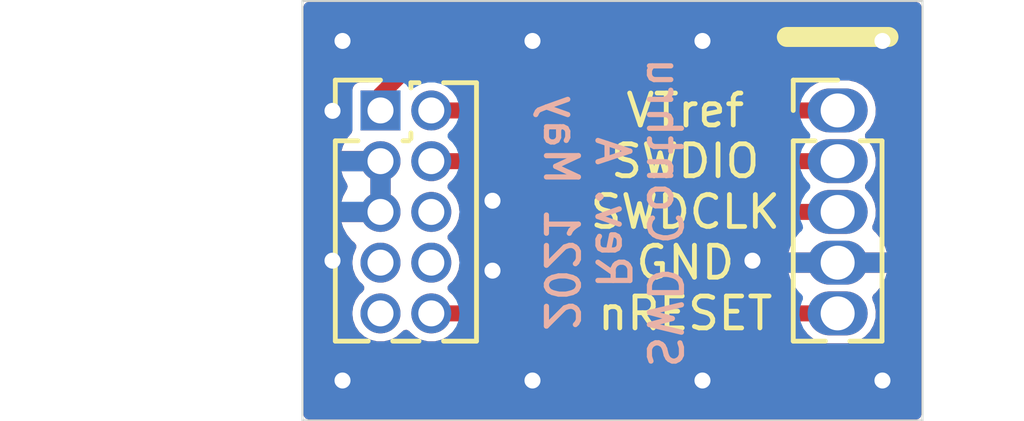
<source format=kicad_pcb>
(kicad_pcb (version 20221018) (generator pcbnew)
  (title_block (title "SWD2Conthrough") (date "2021-05-27") (rev "A") (company "Akiyuki Okayasu"))
  (layers (0 "F.Cu" signal) (31 "B.Cu" signal) (34 "B.Paste" user) (35 "F.Paste" user) (36 "B.SilkS" user "B.Silkscreen") (37 "F.SilkS" user "F.Silkscreen") (38 "B.Mask" user) (39 "F.Mask" user) (44 "Edge.Cuts" user))
  (net 0 "")
  (net 1 "/~{RESET}")
  (net 2 "GND")
  (net 3 "/SWDCLK")
  (net 4 "/SWDIO")
  (net 5 "/VTref")
  (footprint "Akiyuki_Footprint:Mac8_XB-1_P1.27mm_Vertical_5pin" (layer "F.Cu") (at 157.48 104.14)
    (fp_text reference "J2" hide)
    (fp_text value "Conn_01x05")
    (fp_line (start -1.11 -0.76) (end 0 -0.76) (stroke (width 0.12)) (layer "F.SilkS"))
    (fp_line (start -1.11 0) (end -1.11 -0.76) (stroke (width 0.12)) (layer "F.SilkS"))
    (fp_line (start -1.11 0.76) (end -1.11 5.775) (stroke (width 0.12)) (layer "F.SilkS"))
    (fp_line (start -1.11 0.76) (end -0.563471 0.76) (stroke (width 0.12)) (layer "F.SilkS"))
    (fp_line (start -1.11 5.775) (end -0.30753 5.775) (stroke (width 0.12)) (layer "F.SilkS"))
    (fp_line (start 0.30753 5.775) (end 1.11 5.775) (stroke (width 0.12)) (layer "F.SilkS"))
    (fp_line (start 0.563471 0.76) (end 1.11 0.76) (stroke (width 0.12)) (layer "F.SilkS"))
    (fp_line (start 1.11 0.76) (end 1.11 5.775) (stroke (width 0.12)) (layer "F.SilkS"))
    (pad "1" thru_hole oval (at 0 0) (size 1.5 1.1) (drill 0.85) (layers "*.Cu" "*.Mask") (net 5 "/VTref"))
    (pad "2" thru_hole oval (at 0 1.27) (size 1.5 1.1) (drill 0.85) (layers "*.Cu" "*.Mask") (net 4 "/SWDIO"))
    (pad "3" thru_hole oval (at 0 2.54) (size 1.5 1.1) (drill 0.85) (layers "*.Cu" "*.Mask") (net 3 "/SWDCLK"))
    (pad "4" thru_hole oval (at 0 3.81) (size 1.5 1.1) (drill 0.85) (layers "*.Cu" "*.Mask") (net 2 "GND"))
    (pad "5" thru_hole oval (at 0 5.08) (size 1.5 1.1) (drill 0.85) (layers "*.Cu" "*.Mask") (net 1 "/~{RESET}"))
  )
  (footprint "Connector_PinHeader_1.27mm:PinHeader_2x05_P1.27mm_Vertical" (layer "F.Cu") (at 146.05 104.14)
    (fp_text reference "J1" hide)
    (fp_text value "JLink_9pinCortexM_Adapter")
    (fp_line (start -1.13 -0.76) (end 0 -0.76) (stroke (width 0.12)) (layer "F.SilkS"))
    (fp_line (start -1.13 0) (end -1.13 -0.76) (stroke (width 0.12)) (layer "F.SilkS"))
    (fp_line (start -1.13 0.76) (end -1.13 5.775) (stroke (width 0.12)) (layer "F.SilkS"))
    (fp_line (start -1.13 0.76) (end -0.563471 0.76) (stroke (width 0.12)) (layer "F.SilkS"))
    (fp_line (start -1.13 5.775) (end -0.30753 5.775) (stroke (width 0.12)) (layer "F.SilkS"))
    (fp_line (start 0.30753 5.775) (end 0.96247 5.775) (stroke (width 0.12)) (layer "F.SilkS"))
    (fp_line (start 0.563471 0.76) (end 0.706529 0.76) (stroke (width 0.12)) (layer "F.SilkS"))
    (fp_line (start 0.76 -0.695) (end 0.96247 -0.695) (stroke (width 0.12)) (layer "F.SilkS"))
    (fp_line (start 0.76 -0.563471) (end 0.76 -0.695) (stroke (width 0.12)) (layer "F.SilkS"))
    (fp_line (start 0.76 0.706529) (end 0.76 0.563471) (stroke (width 0.12)) (layer "F.SilkS"))
    (fp_line (start 1.57753 -0.695) (end 2.4 -0.695) (stroke (width 0.12)) (layer "F.SilkS"))
    (fp_line (start 1.57753 5.775) (end 2.4 5.775) (stroke (width 0.12)) (layer "F.SilkS"))
    (fp_line (start 2.4 -0.695) (end 2.4 5.775) (stroke (width 0.12)) (layer "F.SilkS"))
    (pad "1" thru_hole rect (at 0 0) (size 1 1) (drill 0.65) (layers "*.Cu" "*.Mask") (net 5 "/VTref"))
    (pad "2" thru_hole oval (at 1.27 0) (size 1 1) (drill 0.65) (layers "*.Cu" "*.Mask") (net 4 "/SWDIO"))
    (pad "3" thru_hole oval (at 0 1.27) (size 1 1) (drill 0.65) (layers "*.Cu" "*.Mask") (net 2 "GND"))
    (pad "4" thru_hole oval (at 1.27 1.27) (size 1 1) (drill 0.65) (layers "*.Cu" "*.Mask") (net 3 "/SWDCLK"))
    (pad "5" thru_hole oval (at 0 2.54) (size 1 1) (drill 0.65) (layers "*.Cu" "*.Mask") (net 2 "GND"))
    (pad "6" thru_hole oval (at 1.27 2.54) (size 1 1) (drill 0.65) (layers "*.Cu" "*.Mask"))
    (pad "7" thru_hole oval (at 0 3.81) (size 1 1) (drill 0.65) (layers "*.Cu" "*.Mask"))
    (pad "8" thru_hole oval (at 1.27 3.81) (size 1 1) (drill 0.65) (layers "*.Cu" "*.Mask"))
    (pad "9" thru_hole oval (at 0 5.08) (size 1 1) (drill 0.65) (layers "*.Cu" "*.Mask"))
    (pad "10" thru_hole oval (at 1.27 5.08) (size 1 1) (drill 0.65) (layers "*.Cu" "*.Mask") (net 1 "/~{RESET}"))
  )
  (gr_line (start 156.21 102.3) (end 158.75 102.3) (stroke (width 0.5)) (layer "F.SilkS"))
  (gr_line (start 159.6 101.4) (end 144.1 101.4) (stroke (width 0.05)) (layer "Edge.Cuts"))
  (gr_line (start 159.6 111.9) (end 159.6 101.4) (stroke (width 0.05)) (layer "Edge.Cuts"))
  (gr_line (start 144.1 111.9) (end 159.6 111.9) (stroke (width 0.05)) (layer "Edge.Cuts"))
  (gr_line (start 144.1 101.4) (end 144.1 111.9) (stroke (width 0.05)) (layer "Edge.Cuts"))
  (gr_text "SWD Conthru\nRev. A\n2021 May" (at 151.85 106.7 -90) (layer "B.SilkS") (effects (font (size 0.8 0.8) (thickness 0.13)) (justify mirror)))
  (gr_text "SWDIO" (at 153.67 105.41) (layer "F.SilkS") (effects (font (size 0.8 0.8) (thickness 0.12))))
  (gr_text "SWDCLK" (at 153.67 106.68) (layer "F.SilkS") (effects (font (size 0.8 0.8) (thickness 0.12))))
  (gr_text "GND" (at 153.67 107.95) (layer "F.SilkS") (effects (font (size 0.8 0.8) (thickness 0.12))))
  (gr_text "nRESET" (at 153.67 109.22) (layer "F.SilkS") (effects (font (size 0.8 0.8) (thickness 0.12))))
  (gr_text "VTref" (at 153.67 104.14) (layer "F.SilkS") (effects (font (size 0.8 0.8) (thickness 0.12))))
  (segment (start 157.48 109.22) (end 147.32 109.22) (width 0.4) (layer "F.Cu") (net 1))
  (via (at 155.35 107.9) (size 0.8) (drill 0.4) (layers "F.Cu" "B.Cu") (net 2))
  (via (at 148.85 106.4) (size 0.8) (drill 0.4) (layers "F.Cu" "B.Cu") (net 2))
  (via (at 144.85 104.15) (size 0.8) (drill 0.4) (layers "F.Cu" "B.Cu") (net 2))
  (via (at 144.85 107.9) (size 0.8) (drill 0.4) (layers "F.Cu" "B.Cu") (net 2))
  (via (at 145.1 102.4) (size 0.8) (drill 0.4) (layers "F.Cu" "B.Cu") (net 2))
  (via (at 148.85 108.15) (size 0.8) (drill 0.4) (layers "F.Cu" "B.Cu") (net 2))
  (via (at 154.1 110.9) (size 0.8) (drill 0.4) (layers "F.Cu" "B.Cu") (net 2))
  (via (at 158.6 102.4) (size 0.8) (drill 0.4) (layers "F.Cu" "B.Cu") (net 2))
  (via (at 158.6 110.9) (size 0.8) (drill 0.4) (layers "F.Cu" "B.Cu") (net 2))
  (via (at 149.85 110.9) (size 0.8) (drill 0.4) (layers "F.Cu" "B.Cu") (net 2))
  (via (at 149.85 102.4) (size 0.8) (drill 0.4) (layers "F.Cu" "B.Cu") (net 2))
  (via (at 154.1 102.4) (size 0.8) (drill 0.4) (layers "F.Cu" "B.Cu") (net 2))
  (via (at 145.1 110.9) (size 0.8) (drill 0.4) (layers "F.Cu" "B.Cu") (net 2))
  (segment (start 154.36 105.41) (end 147.32 105.41) (width 0.4) (layer "F.Cu") (net 3))
  (segment (start 155.63 106.68) (end 154.36 105.41) (width 0.4) (layer "F.Cu") (net 3))
  (segment (start 157.48 106.68) (end 155.63 106.68) (width 0.4) (layer "F.Cu") (net 3))
  (segment (start 155.86 105.41) (end 154.59 104.14) (width 0.4) (layer "F.Cu") (net 4))
  (segment (start 157.48 105.41) (end 155.86 105.41) (width 0.4) (layer "F.Cu") (net 4))
  (segment (start 154.59 104.14) (end 147.32 104.14) (width 0.4) (layer "F.Cu") (net 4))
  (segment (start 155.1 103.2) (end 156.04 104.14) (width 0.4) (layer "F.Cu") (net 5))
  (segment (start 156.04 104.14) (end 157.48 104.14) (width 0.4) (layer "F.Cu") (net 5))
  (segment (start 146.05 104.14) (end 146.05 103.75) (width 0.4) (layer "F.Cu") (net 5))
  (segment (start 146.6 103.2) (end 155.1 103.2) (width 0.4) (layer "F.Cu") (net 5))
  (segment (start 146.05 103.75) (end 146.6 103.2) (width 0.4) (layer "F.Cu") (net 5))
  (zone (net 2) (net_name "GND") (layer "F.Cu") (connect_pads (clearance 0.2)) (min_thickness 0.254) (fill yes (thermal_gap 0.508) (thermal_bridge_width 0.508))
    (polygon (pts (xy 159.6 111.9) (xy 144.1 111.9) (xy 144.1 101.4) (xy 159.6 101.4)))
  )
  (zone (net 2) (net_name "GND") (layer "B.Cu") (connect_pads (clearance 0.2)) (min_thickness 0.254) (fill yes (thermal_gap 0.508) (thermal_bridge_width 0.508))
    (polygon (pts (xy 159.6 111.9) (xy 144.1 111.9) (xy 144.1 101.4) (xy 159.6 101.4)))
  )
)
</source>
